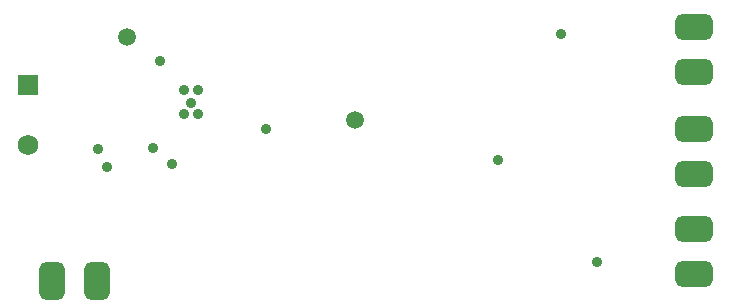
<source format=gbs>
G04*
G04 #@! TF.GenerationSoftware,Altium Limited,Altium Designer,22.10.1 (41)*
G04*
G04 Layer_Color=16711935*
%FSLAX25Y25*%
%MOIN*%
G70*
G04*
G04 #@! TF.SameCoordinates,A819E35F-8E34-478A-8755-6B039836A8A6*
G04*
G04*
G04 #@! TF.FilePolarity,Negative*
G04*
G01*
G75*
%ADD36C,0.06800*%
%ADD37R,0.06800X0.06800*%
G04:AMPARAMS|DCode=38|XSize=86.74mil|YSize=126.11mil|CornerRadius=23.68mil|HoleSize=0mil|Usage=FLASHONLY|Rotation=90.000|XOffset=0mil|YOffset=0mil|HoleType=Round|Shape=RoundedRectangle|*
%AMROUNDEDRECTD38*
21,1,0.08674,0.07874,0,0,90.0*
21,1,0.03937,0.12611,0,0,90.0*
1,1,0.04737,0.03937,0.01968*
1,1,0.04737,0.03937,-0.01968*
1,1,0.04737,-0.03937,-0.01968*
1,1,0.04737,-0.03937,0.01968*
%
%ADD38ROUNDEDRECTD38*%
G04:AMPARAMS|DCode=39|XSize=86.74mil|YSize=126.11mil|CornerRadius=23.68mil|HoleSize=0mil|Usage=FLASHONLY|Rotation=0.000|XOffset=0mil|YOffset=0mil|HoleType=Round|Shape=RoundedRectangle|*
%AMROUNDEDRECTD39*
21,1,0.08674,0.07874,0,0,0.0*
21,1,0.03937,0.12611,0,0,0.0*
1,1,0.04737,0.01968,-0.03937*
1,1,0.04737,-0.01968,-0.03937*
1,1,0.04737,-0.01968,0.03937*
1,1,0.04737,0.01968,0.03937*
%
%ADD39ROUNDEDRECTD39*%
%ADD40C,0.03556*%
%ADD41C,0.05918*%
D36*
X24803Y61417D02*
D03*
D37*
Y81417D02*
D03*
D38*
X246850Y100827D02*
D03*
Y85827D02*
D03*
Y18484D02*
D03*
Y33484D02*
D03*
Y51949D02*
D03*
Y66949D02*
D03*
D39*
X47854Y16248D02*
D03*
X32854D02*
D03*
D40*
X181496Y56693D02*
D03*
X72835Y55118D02*
D03*
X51181Y54134D02*
D03*
X104331Y66929D02*
D03*
X214567Y22638D02*
D03*
X202756Y98425D02*
D03*
X76772Y79724D02*
D03*
Y71850D02*
D03*
X81693D02*
D03*
Y79724D02*
D03*
X79134Y75590D02*
D03*
X68898Y89567D02*
D03*
X66535Y60630D02*
D03*
X48425Y60236D02*
D03*
D41*
X133858Y69882D02*
D03*
X58071Y97441D02*
D03*
M02*

</source>
